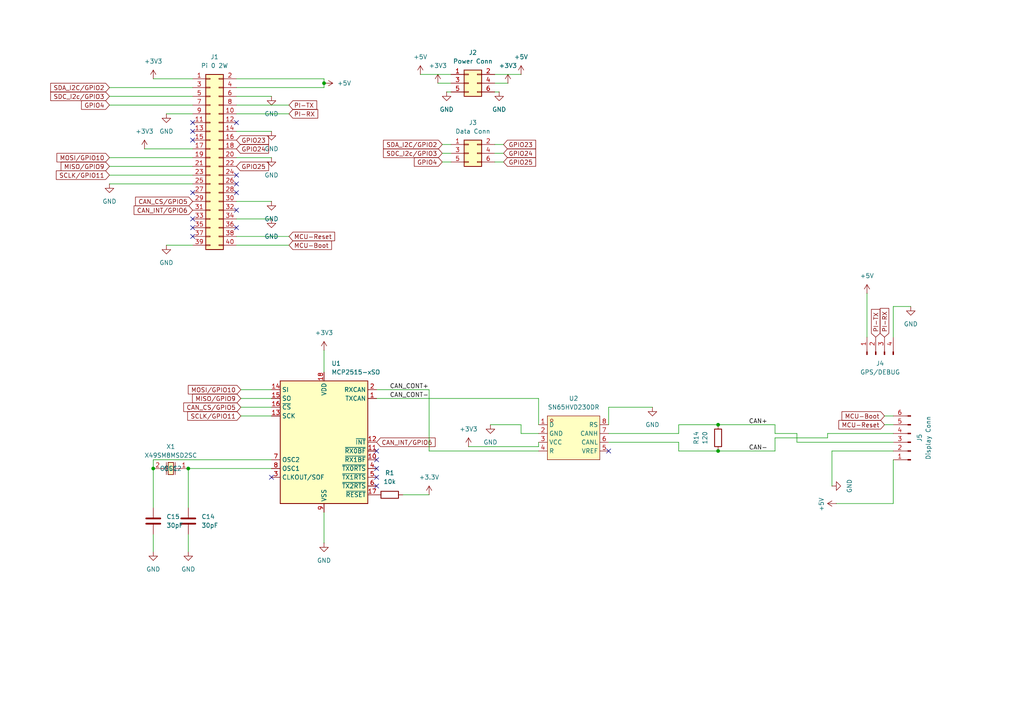
<source format=kicad_sch>
(kicad_sch (version 20250114) (generator "eeschema") (generator_version "9.0")
  (paper "A4")
  (title_block (title "Display") (date "2025-10-21") (rev "1") (company "Ginobeano"))
  (lib_symbols
    (symbol "Connector:Conn_01x04_Pin" (pin_names (offset 1.016) (hide yes))
      (property "Reference" "J" (at 0 5.08 0))
      (property "Value" "Conn_01x04_Pin" (at 0 -7.62 0))
      (symbol "Conn_01x04_Pin_1_1"
        (rectangle (start 0.8636 2.667) (end 0 2.413) (stroke (width 0.1524)) (fill (type outline)))
        (rectangle (start 0.8636 0.127) (end 0 -0.127) (stroke (width 0.1524)) (fill (type outline)))
        (rectangle (start 0.8636 -2.413) (end 0 -2.667) (stroke (width 0.1524)) (fill (type outline)))
        (rectangle (start 0.8636 -4.953) (end 0 -5.207) (stroke (width 0.1524)) (fill (type outline)))
        (polyline (pts (xy 1.27 2.54) (xy 0.8636 2.54)) (stroke (width 0.1524)))
        (polyline (pts (xy 1.27 0) (xy 0.8636 0)) (stroke (width 0.1524)))
        (polyline (pts (xy 1.27 -2.54) (xy 0.8636 -2.54)) (stroke (width 0.1524)))
        (polyline (pts (xy 1.27 -5.08) (xy 0.8636 -5.08)) (stroke (width 0.1524)))
        (pin passive line (at 5.08 2.54 180) (length 3.81) (name "Pin_1") (number "1"))
        (pin passive line (at 5.08 0 180) (length 3.81) (name "Pin_2") (number "2"))
        (pin passive line (at 5.08 -2.54 180) (length 3.81) (name "Pin_3") (number "3"))
        (pin passive line (at 5.08 -5.08 180) (length 3.81) (name "Pin_4") (number "4"))
      )
    )
    (symbol "Connector:Conn_01x06_Pin" (pin_names (offset 1.016) (hide yes))
      (property "Reference" "J" (at 0 7.62 0))
      (property "Value" "Conn_01x06_Pin" (at 0 -10.16 0))
      (symbol "Conn_01x06_Pin_1_1"
        (rectangle (start 0.8636 5.207) (end 0 4.953) (stroke (width 0.1524)) (fill (type outline)))
        (rectangle (start 0.8636 2.667) (end 0 2.413) (stroke (width 0.1524)) (fill (type outline)))
        (rectangle (start 0.8636 0.127) (end 0 -0.127) (stroke (width 0.1524)) (fill (type outline)))
        (rectangle (start 0.8636 -2.413) (end 0 -2.667) (stroke (width 0.1524)) (fill (type outline)))
        (rectangle (start 0.8636 -4.953) (end 0 -5.207) (stroke (width 0.1524)) (fill (type outline)))
        (rectangle (start 0.8636 -7.493) (end 0 -7.747) (stroke (width 0.1524)) (fill (type outline)))
        (polyline (pts (xy 1.27 5.08) (xy 0.8636 5.08)) (stroke (width 0.1524)))
        (polyline (pts (xy 1.27 2.54) (xy 0.8636 2.54)) (stroke (width 0.1524)))
        (polyline (pts (xy 1.27 0) (xy 0.8636 0)) (stroke (width 0.1524)))
        (polyline (pts (xy 1.27 -2.54) (xy 0.8636 -2.54)) (stroke (width 0.1524)))
        (polyline (pts (xy 1.27 -5.08) (xy 0.8636 -5.08)) (stroke (width 0.1524)))
        (polyline (pts (xy 1.27 -7.62) (xy 0.8636 -7.62)) (stroke (width 0.1524)))
        (pin passive line (at 5.08 5.08 180) (length 3.81) (name "Pin_1") (number "1"))
        (pin passive line (at 5.08 2.54 180) (length 3.81) (name "Pin_2") (number "2"))
        (pin passive line (at 5.08 0 180) (length 3.81) (name "Pin_3") (number "3"))
        (pin passive line (at 5.08 -2.54 180) (length 3.81) (name "Pin_4") (number "4"))
        (pin passive line (at 5.08 -5.08 180) (length 3.81) (name "Pin_5") (number "5"))
        (pin passive line (at 5.08 -7.62 180) (length 3.81) (name "Pin_6") (number "6"))
      )
    )
    (symbol "Connector_Generic:Conn_02x03_Odd_Even" (pin_names (offset 1.016) (hide yes))
      (property "Reference" "J" (at 1.27 5.08 0))
      (property "Value" "Conn_02x03_Odd_Even" (at 1.27 -5.08 0))
      (symbol "Conn_02x03_Odd_Even_1_1"
        (rectangle (start -1.27 3.81) (end 3.81 -3.81) (stroke (width 0.254)) (fill (type background)))
        (rectangle (start -1.27 2.667) (end 0 2.413) (stroke (width 0.1524)))
        (rectangle (start -1.27 0.127) (end 0 -0.127) (stroke (width 0.1524)))
        (rectangle (start -1.27 -2.413) (end 0 -2.667) (stroke (width 0.1524)))
        (rectangle (start 3.81 2.667) (end 2.54 2.413) (stroke (width 0.1524)))
        (rectangle (start 3.81 0.127) (end 2.54 -0.127) (stroke (width 0.1524)))
        (rectangle (start 3.81 -2.413) (end 2.54 -2.667) (stroke (width 0.1524)))
        (pin passive line (at -5.08 2.54 0) (length 3.81) (name "Pin_1") (number "1"))
        (pin passive line (at -5.08 0 0) (length 3.81) (name "Pin_3") (number "3"))
        (pin passive line (at -5.08 -2.54 0) (length 3.81) (name "Pin_5") (number "5"))
        (pin passive line (at 7.62 2.54 180) (length 3.81) (name "Pin_2") (number "2"))
        (pin passive line (at 7.62 0 180) (length 3.81) (name "Pin_4") (number "4"))
        (pin passive line (at 7.62 -2.54 180) (length 3.81) (name "Pin_6") (number "6"))
      )
    )
    (symbol "Connector_Generic:Conn_02x20_Odd_Even" (pin_names (offset 1.016) (hide yes))
      (property "Reference" "J" (at 1.27 25.4 0))
      (property "Value" "Conn_02x20_Odd_Even" (at 1.27 -27.94 0))
      (symbol "Conn_02x20_Odd_Even_1_1"
        (rectangle (start -1.27 24.13) (end 3.81 -26.67) (stroke (width 0.254)) (fill (type background)))
        (rectangle (start -1.27 22.987) (end 0 22.733) (stroke (width 0.1524)))
        (rectangle (start -1.27 20.447) (end 0 20.193) (stroke (width 0.1524)))
        (rectangle (start -1.27 17.907) (end 0 17.653) (stroke (width 0.1524)))
        (rectangle (start -1.27 15.367) (end 0 15.113) (stroke (width 0.1524)))
        (rectangle (start -1.27 12.827) (end 0 12.573) (stroke (width 0.1524)))
        (rectangle (start -1.27 10.287) (end 0 10.033) (stroke (width 0.1524)))
        (rectangle (start -1.27 7.747) (end 0 7.493) (stroke (width 0.1524)))
        (rectangle (start -1.27 5.207) (end 0 4.953) (stroke (width 0.1524)))
        (rectangle (start -1.27 2.667) (end 0 2.413) (stroke (width 0.1524)))
        (rectangle (start -1.27 0.127) (end 0 -0.127) (stroke (width 0.1524)))
        (rectangle (start -1.27 -2.413) (end 0 -2.667) (stroke (width 0.1524)))
        (rectangle (start -1.27 -4.953) (end 0 -5.207) (stroke (width 0.1524)))
        (rectangle (start -1.27 -7.493) (end 0 -7.747) (stroke (width 0.1524)))
        (rectangle (start -1.27 -10.033) (end 0 -10.287) (stroke (width 0.1524)))
        (rectangle (start -1.27 -12.573) (end 0 -12.827) (stroke (width 0.1524)))
        (rectangle (start -1.27 -15.113) (end 0 -15.367) (stroke (width 0.1524)))
        (rectangle (start -1.27 -17.653) (end 0 -17.907) (stroke (width 0.1524)))
        (rectangle (start -1.27 -20.193) (end 0 -20.447) (stroke (width 0.1524)))
        (rectangle (start -1.27 -22.733) (end 0 -22.987) (stroke (width 0.1524)))
        (rectangle (start -1.27 -25.273) (end 0 -25.527) (stroke (width 0.1524)))
        (rectangle (start 3.81 22.987) (end 2.54 22.733) (stroke (width 0.1524)))
        (rectangle (start 3.81 20.447) (end 2.54 20.193) (stroke (width 0.1524)))
        (rectangle (start 3.81 17.907) (end 2.54 17.653) (stroke (width 0.1524)))
        (rectangle (start 3.81 15.367) (end 2.54 15.113) (stroke (width 0.1524)))
        (rectangle (start 3.81 12.827) (end 2.54 12.573) (stroke (width 0.1524)))
        (rectangle (start 3.81 10.287) (end 2.54 10.033) (stroke (width 0.1524)))
        (rectangle (start 3.81 7.747) (end 2.54 7.493) (stroke (width 0.1524)))
        (rectangle (start 3.81 5.207) (end 2.54 4.953) (stroke (width 0.1524)))
        (rectangle (start 3.81 2.667) (end 2.54 2.413) (stroke (width 0.1524)))
        (rectangle (start 3.81 0.127) (end 2.54 -0.127) (stroke (width 0.1524)))
        (rectangle (start 3.81 -2.413) (end 2.54 -2.667) (stroke (width 0.1524)))
        (rectangle (start 3.81 -4.953) (end 2.54 -5.207) (stroke (width 0.1524)))
        (rectangle (start 3.81 -7.493) (end 2.54 -7.747) (stroke (width 0.1524)))
        (rectangle (start 3.81 -10.033) (end 2.54 -10.287) (stroke (width 0.1524)))
        (rectangle (start 3.81 -12.573) (end 2.54 -12.827) (stroke (width 0.1524)))
        (rectangle (start 3.81 -15.113) (end 2.54 -15.367) (stroke (width 0.1524)))
        (rectangle (start 3.81 -17.653) (end 2.54 -17.907) (stroke (width 0.1524)))
        (rectangle (start 3.81 -20.193) (end 2.54 -20.447) (stroke (width 0.1524)))
        (rectangle (start 3.81 -22.733) (end 2.54 -22.987) (stroke (width 0.1524)))
        (rectangle (start 3.81 -25.273) (end 2.54 -25.527) (stroke (width 0.1524)))
        (pin passive line (at -5.08 22.86 0) (length 3.81) (name "Pin_1") (number "1"))
        (pin passive line (at -5.08 20.32 0) (length 3.81) (name "Pin_3") (number "3"))
        (pin passive line (at -5.08 17.78 0) (length 3.81) (name "Pin_5") (number "5"))
        (pin passive line (at -5.08 15.24 0) (length 3.81) (name "Pin_7") (number "7"))
        (pin passive line (at -5.08 12.7 0) (length 3.81) (name "Pin_9") (number "9"))
        (pin passive line (at -5.08 10.16 0) (length 3.81) (name "Pin_11") (number "11"))
        (pin passive line (at -5.08 7.62 0) (length 3.81) (name "Pin_13") (number "13"))
        (pin passive line (at -5.08 5.08 0) (length 3.81) (name "Pin_15") (number "15"))
        (pin passive line (at -5.08 2.54 0) (length 3.81) (name "Pin_17") (number "17"))
        (pin passive line (at -5.08 0 0) (length 3.81) (name "Pin_19") (number "19"))
        (pin passive line (at -5.08 -2.54 0) (length 3.81) (name "Pin_21") (number "21"))
        (pin passive line (at -5.08 -5.08 0) (length 3.81) (name "Pin_23") (number "23"))
        (pin passive line (at -5.08 -7.62 0) (length 3.81) (name "Pin_25") (number "25"))
        (pin passive line (at -5.08 -10.16 0) (length 3.81) (name "Pin_27") (number "27"))
        (pin passive line (at -5.08 -12.7 0) (length 3.81) (name "Pin_29") (number "29"))
        (pin passive line (at -5.08 -15.24 0) (length 3.81) (name "Pin_31") (number "31"))
        (pin passive line (at -5.08 -17.78 0) (length 3.81) (name "Pin_33") (number "33"))
        (pin passive line (at -5.08 -20.32 0) (length 3.81) (name "Pin_35") (number "35"))
        (pin passive line (at -5.08 -22.86 0) (length 3.81) (name "Pin_37") (number "37"))
        (pin passive line (at -5.08 -25.4 0) (length 3.81) (name "Pin_39") (number "39"))
        (pin passive line (at 7.62 22.86 180) (length 3.81) (name "Pin_2") (number "2"))
        (pin passive line (at 7.62 20.32 180) (length 3.81) (name "Pin_4") (number "4"))
        (pin passive line (at 7.62 17.78 180) (length 3.81) (name "Pin_6") (number "6"))
        (pin passive line (at 7.62 15.24 180) (length 3.81) (name "Pin_8") (number "8"))
        (pin passive line (at 7.62 12.7 180) (length 3.81) (name "Pin_10") (number "10"))
        (pin passive line (at 7.62 10.16 180) (length 3.81) (name "Pin_12") (number "12"))
        (pin passive line (at 7.62 7.62 180) (length 3.81) (name "Pin_14") (number "14"))
        (pin passive line (at 7.62 5.08 180) (length 3.81) (name "Pin_16") (number "16"))
        (pin passive line (at 7.62 2.54 180) (length 3.81) (name "Pin_18") (number "18"))
        (pin passive line (at 7.62 0 180) (length 3.81) (name "Pin_20") (number "20"))
        (pin passive line (at 7.62 -2.54 180) (length 3.81) (name "Pin_22") (number "22"))
        (pin passive line (at 7.62 -5.08 180) (length 3.81) (name "Pin_24") (number "24"))
        (pin passive line (at 7.62 -7.62 180) (length 3.81) (name "Pin_26") (number "26"))
        (pin passive line (at 7.62 -10.16 180) (length 3.81) (name "Pin_28") (number "28"))
        (pin passive line (at 7.62 -12.7 180) (length 3.81) (name "Pin_30") (number "30"))
        (pin passive line (at 7.62 -15.24 180) (length 3.81) (name "Pin_32") (number "32"))
        (pin passive line (at 7.62 -17.78 180) (length 3.81) (name "Pin_34") (number "34"))
        (pin passive line (at 7.62 -20.32 180) (length 3.81) (name "Pin_36") (number "36"))
        (pin passive line (at 7.62 -22.86 180) (length 3.81) (name "Pin_38") (number "38"))
        (pin passive line (at 7.62 -25.4 180) (length 3.81) (name "Pin_40") (number "40"))
      )
    )
    (symbol "Device:C" (pin_numbers (hide yes)) (pin_names (offset 0.254))
      (property "Reference" "C" (at 0.635 2.54 0))
      (property "Value" "C" (at 0.635 -2.54 0))
      (symbol "C_0_1"
        (polyline (pts (xy -2.032 0.762) (xy 2.032 0.762)) (stroke (width 0.508)))
        (polyline (pts (xy -2.032 -0.762) (xy 2.032 -0.762)) (stroke (width 0.508)))
      )
      (symbol "C_1_1"
        (pin passive line (at 0 3.81 270) (length 2.794) (name "~") (number "1"))
        (pin passive line (at 0 -3.81 90) (length 2.794) (name "~") (number "2"))
      )
    )
    (symbol "Device:R" (pin_numbers (hide yes)) (pin_names (offset 0))
      (property "Reference" "R" (at 2.032 0 90))
      (property "Value" "R" (at 0 0 90))
      (symbol "R_0_1"
        (rectangle (start -1.016 -2.54) (end 1.016 2.54) (stroke (width 0.254)))
      )
      (symbol "R_1_1"
        (pin passive line (at 0 3.81 270) (length 1.27) (name "~") (number "1"))
        (pin passive line (at 0 -3.81 90) (length 1.27) (name "~") (number "2"))
      )
    )
    (symbol "Interface_CAN_LIN:MCP2515-xSO"
      (property "Reference" "U" (at -10.16 19.685 0))
      (property "Value" "MCP2515-xSO" (at 19.05 20.32 0))
      (symbol "MCP2515-xSO_0_1"
        (rectangle (start -12.7 17.78) (end 12.7 -17.78) (stroke (width 0.254)) (fill (type background)))
      )
      (symbol "MCP2515-xSO_1_1"
        (pin input line (at -15.24 15.24 0) (length 2.54) (name "SI") (number "14"))
        (pin output line (at -15.24 12.7 0) (length 2.54) (name "SO") (number "15"))
        (pin input line (at -15.24 10.16 0) (length 2.54) (name "~{CS}") (number "16"))
        (pin input line (at -15.24 7.62 0) (length 2.54) (name "SCK") (number "13"))
        (pin output line (at -15.24 -5.08 0) (length 2.54) (name "OSC2") (number "7"))
        (pin input line (at -15.24 -7.62 0) (length 2.54) (name "OSC1") (number "8"))
        (pin output line (at -15.24 -10.16 0) (length 2.54) (name "CLKOUT/SOF") (number "3"))
        (pin power_in line (at 0 20.32 270) (length 2.54) (name "VDD") (number "18"))
        (pin power_in line (at 0 -20.32 90) (length 2.54) (name "VSS") (number "9"))
        (pin input line (at 15.24 15.24 180) (length 2.54) (name "RXCAN") (number "2"))
        (pin output line (at 15.24 12.7 180) (length 2.54) (name "TXCAN") (number "1"))
        (pin output line (at 15.24 0 180) (length 2.54) (name "~{INT}") (number "12"))
        (pin output line (at 15.24 -2.54 180) (length 2.54) (name "~{RX0BF}") (number "11"))
        (pin output line (at 15.24 -5.08 180) (length 2.54) (name "~{RX1BF}") (number "10"))
        (pin input line (at 15.24 -7.62 180) (length 2.54) (name "~{TX0RTS}") (number "4"))
        (pin input line (at 15.24 -10.16 180) (length 2.54) (name "~{TX1RTS}") (number "5"))
        (pin input line (at 15.24 -12.7 180) (length 2.54) (name "~{TX2RTS}") (number "6"))
        (pin input line (at 15.24 -15.24 180) (length 2.54) (name "~{RESET}") (number "17"))
      )
    )
    (symbol "easyeda2kicad:SN65HVD230DR"
      (property "Reference" "U" (at 0 8.89 0))
      (property "Value" "SN65HVD230DR" (at 0 -8.89 0))
      (symbol "SN65HVD230DR_0_1"
        (rectangle (start -7.62 6.35) (end 7.62 -6.35) (fill (type background)))
        (circle (center -6.35 5.08) (radius 0.38))
        (pin unspecified line (at -10.16 3.81 0) (length 2.54) (name "D") (number "1"))
        (pin unspecified line (at -10.16 1.27 0) (length 2.54) (name "GND") (number "2"))
        (pin unspecified line (at -10.16 -1.27 0) (length 2.54) (name "VCC") (number "3"))
        (pin unspecified line (at -10.16 -3.81 0) (length 2.54) (name "R") (number "4"))
        (pin unspecified line (at 10.16 3.81 180) (length 2.54) (name "RS") (number "8"))
        (pin unspecified line (at 10.16 1.27 180) (length 2.54) (name "CANH") (number "7"))
        (pin unspecified line (at 10.16 -1.27 180) (length 2.54) (name "CANL") (number "6"))
        (pin unspecified line (at 10.16 -3.81 180) (length 2.54) (name "VREF") (number "5"))
      )
    )
    (symbol "easyeda2kicad:X49SM8MSD2SC"
      (property "Reference" "X" (at 0 5.08 0))
      (property "Value" "X49SM8MSD2SC" (at 0 -5.08 0))
      (symbol "X49SM8MSD2SC_0_1"
        (polyline (pts (xy -2.54 0) (xy -1.52 0)))
        (polyline (pts (xy -1.27 1.78) (xy -1.27 -1.78)))
        (polyline (pts (xy -1.27 1.02) (xy -1.27 -1.02)))
        (polyline (pts (xy -0.76 1.78) (xy 0.76 1.78)))
        (polyline (pts (xy -0.76 -1.78) (xy -0.76 1.78) (xy 0.76 1.78) (xy 0.76 -1.78) (xy -0.76 -1.78)) (fill (type background)))
        (polyline (pts (xy 0.76 1.78) (xy 0.76 -1.78) (xy -0.76 -1.78) (xy -0.76 1.78)))
        (polyline (pts (xy 1.27 1.78) (xy 1.27 -1.78)))
        (polyline (pts (xy 1.27 1.02) (xy 1.27 -1.02)))
        (polyline (pts (xy 2.54 0) (xy 1.52 0)))
        (pin input line (at -5.08 0 0) (length 2.54) (name "OSC2") (number "2"))
        (pin input line (at 5.08 0 180) (length 2.54) (name "OSC1") (number "1"))
      )
    )
    (symbol "power:+3.3V" (power) (pin_numbers (hide yes)) (pin_names (offset 0) (hide yes))
      (property "Value" "+3.3V" (at 0 3.556 0))
      (symbol "+3.3V_0_1"
        (polyline (pts (xy -0.762 1.27) (xy 0 2.54)))
        (polyline (pts (xy 0 2.54) (xy 0.762 1.27)))
        (polyline (pts (xy 0 0) (xy 0 2.54)))
      )
      (symbol "+3.3V_1_1"
        (pin power_in line (at 0 0 90) (length 0) (name "~") (number "1"))
      )
    )
    (symbol "power:+3V3" (power) (pin_numbers (hide yes)) (pin_names (offset 0) (hide yes))
      (property "Value" "+3V3" (at 0 3.556 0))
      (symbol "+3V3_0_1"
        (polyline (pts (xy -0.762 1.27) (xy 0 2.54)))
        (polyline (pts (xy 0 2.54) (xy 0.762 1.27)))
        (polyline (pts (xy 0 0) (xy 0 2.54)))
      )
      (symbol "+3V3_1_1"
        (pin power_in line (at 0 0 90) (length 0) (name "~") (number "1"))
      )
    )
    (symbol "power:+5V" (power) (pin_numbers (hide yes)) (pin_names (offset 0) (hide yes))
      (property "Value" "+5V" (at 0 3.556 0))
      (symbol "+5V_0_1"
        (polyline (pts (xy -0.762 1.27) (xy 0 2.54)))
        (polyline (pts (xy 0 2.54) (xy 0.762 1.27)))
        (polyline (pts (xy 0 0) (xy 0 2.54)))
      )
      (symbol "+5V_1_1"
        (pin power_in line (at 0 0 90) (length 0) (name "~") (number "1"))
      )
    )
    (symbol "power:GND" (power) (pin_numbers (hide yes)) (pin_names (offset 0) (hide yes))
      (property "Value" "GND" (at 0 -3.81 0))
      (symbol "GND_0_1"
        (polyline (pts (xy 0 0) (xy 0 -1.27) (xy 1.27 -1.27) (xy 0 -2.54) (xy -1.27 -1.27) (xy 0 -1.27)))
      )
      (symbol "GND_1_1"
        (pin power_in line (at 0 0 270) (length 0) (name "~") (number "1"))
      )
    )
  )
  (junction (at 93.98 24.13))
  (junction (at 44.45 135.89))
  (junction (at 208.28 123.19))
  (junction (at 54.61 135.89))
  (junction (at 208.28 130.81))
  (no_connect (at 109.22 140.97))
  (no_connect (at 109.22 130.81))
  (no_connect (at 68.58 60.96))
  (no_connect (at 78.74 138.43))
  (no_connect (at 55.88 68.58))
  (no_connect (at 109.22 135.89))
  (no_connect (at 176.53 130.81))
  (no_connect (at 55.88 63.5))
  (no_connect (at 68.58 35.56))
  (no_connect (at 55.88 38.1))
  (no_connect (at 55.88 40.64))
  (no_connect (at 68.58 66.04))
  (no_connect (at 109.22 133.35))
  (no_connect (at 109.22 138.43))
  (no_connect (at 68.58 55.88))
  (no_connect (at 55.88 66.04))
  (no_connect (at 55.88 55.88))
  (no_connect (at 55.88 35.56))
  (no_connect (at 68.58 53.34))
  (no_connect (at 68.58 50.8))
  (wire (pts (xy 143.51 26.67) (xy 144.78 26.67)))
  (wire (pts (xy 264.16 88.9) (xy 259.08 88.9)))
  (wire (pts (xy 256.54 123.19) (xy 259.08 123.19)))
  (wire (pts (xy 156.21 115.57) (xy 109.22 115.57)))
  (wire (pts (xy 68.58 68.58) (xy 83.82 68.58)))
  (wire (pts (xy 68.58 58.42) (xy 78.74 58.42)))
  (wire (pts (xy 68.58 22.86) (xy 93.98 22.86)))
  (wire (pts (xy 68.58 33.02) (xy 83.82 33.02)))
  (wire (pts (xy 143.51 41.91) (xy 146.05 41.91)))
  (wire (pts (xy 54.61 135.89) (xy 54.61 147.32)))
  (wire (pts (xy 129.54 26.67) (xy 130.81 26.67)))
  (wire (pts (xy 54.61 154.94) (xy 54.61 160.02)))
  (wire (pts (xy 121.92 21.59) (xy 130.81 21.59)))
  (wire (pts (xy 156.21 123.19) (xy 156.21 115.57)))
  (wire (pts (xy 31.75 25.4) (xy 55.88 25.4)))
  (wire (pts (xy 124.46 113.03) (xy 109.22 113.03)))
  (wire (pts (xy 68.58 38.1) (xy 78.74 38.1)))
  (wire (pts (xy 143.51 46.99) (xy 146.05 46.99)))
  (wire (pts (xy 93.98 101.6) (xy 93.98 107.95)))
  (wire (pts (xy 93.98 157.48) (xy 93.98 148.59)))
  (wire (pts (xy 68.58 71.12) (xy 83.82 71.12)))
  (wire (pts (xy 156.21 129.54) (xy 156.21 128.27)))
  (wire (pts (xy 259.08 88.9) (xy 259.08 97.79)))
  (wire (pts (xy 44.45 154.94) (xy 44.45 160.02)))
  (wire (pts (xy 259.08 146.05) (xy 259.08 133.35)))
  (wire (pts (xy 224.79 127) (xy 224.79 130.81)))
  (wire (pts (xy 224.79 125.73) (xy 231.14 125.73)))
  (wire (pts (xy 231.14 125.73) (xy 231.14 128.27)))
  (wire (pts (xy 196.85 128.27) (xy 196.85 130.81)))
  (wire (pts (xy 143.51 24.13) (xy 147.32 24.13)))
  (wire (pts (xy 135.89 129.54) (xy 156.21 129.54)))
  (wire (pts (xy 116.84 143.51) (xy 124.46 143.51)))
  (wire (pts (xy 242.57 146.05) (xy 259.08 146.05)))
  (wire (pts (xy 31.75 30.48) (xy 55.88 30.48)))
  (wire (pts (xy 31.75 45.72) (xy 55.88 45.72)))
  (wire (pts (xy 256.54 120.65) (xy 259.08 120.65)))
  (wire (pts (xy 48.26 33.02) (xy 55.88 33.02)))
  (wire (pts (xy 176.53 118.11) (xy 176.53 123.19)))
  (wire (pts (xy 127 24.13) (xy 130.81 24.13)))
  (wire (pts (xy 44.45 135.89) (xy 44.45 147.32)))
  (wire (pts (xy 224.79 130.81) (xy 208.28 130.81)))
  (wire (pts (xy 78.74 135.89) (xy 54.61 135.89)))
  (wire (pts (xy 224.79 127) (xy 240.03 127)))
  (wire (pts (xy 68.58 45.72) (xy 78.74 45.72)))
  (wire (pts (xy 68.58 30.48) (xy 83.82 30.48)))
  (wire (pts (xy 31.75 27.94) (xy 55.88 27.94)))
  (wire (pts (xy 44.45 133.35) (xy 78.74 133.35)))
  (wire (pts (xy 93.98 22.86) (xy 93.98 24.13)))
  (wire (pts (xy 196.85 125.73) (xy 196.85 123.19)))
  (wire (pts (xy 128.27 41.91) (xy 130.81 41.91)))
  (wire (pts (xy 69.85 118.11) (xy 78.74 118.11)))
  (wire (pts (xy 224.79 125.73) (xy 224.79 123.19)))
  (wire (pts (xy 189.23 118.11) (xy 176.53 118.11)))
  (wire (pts (xy 151.13 123.19) (xy 151.13 125.73)))
  (wire (pts (xy 231.14 128.27) (xy 259.08 128.27)))
  (wire (pts (xy 251.46 85.09) (xy 251.46 97.79)))
  (wire (pts (xy 48.26 71.12) (xy 55.88 71.12)))
  (wire (pts (xy 128.27 44.45) (xy 130.81 44.45)))
  (wire (pts (xy 224.79 123.19) (xy 208.28 123.19)))
  (wire (pts (xy 151.13 125.73) (xy 156.21 125.73)))
  (wire (pts (xy 156.21 130.81) (xy 124.46 130.81)))
  (wire (pts (xy 259.08 130.81) (xy 241.3 130.81)))
  (wire (pts (xy 240.03 125.73) (xy 259.08 125.73)))
  (wire (pts (xy 240.03 127) (xy 240.03 125.73)))
  (wire (pts (xy 69.85 120.65) (xy 78.74 120.65)))
  (wire (pts (xy 31.75 53.34) (xy 55.88 53.34)))
  (wire (pts (xy 68.58 63.5) (xy 78.74 63.5)))
  (wire (pts (xy 31.75 50.8) (xy 55.88 50.8)))
  (wire (pts (xy 176.53 128.27) (xy 196.85 128.27)))
  (wire (pts (xy 196.85 130.81) (xy 208.28 130.81)))
  (wire (pts (xy 69.85 113.03) (xy 78.74 113.03)))
  (wire (pts (xy 68.58 25.4) (xy 93.98 25.4)))
  (wire (pts (xy 68.58 27.94) (xy 78.74 27.94)))
  (wire (pts (xy 93.98 25.4) (xy 93.98 24.13)))
  (wire (pts (xy 241.3 130.81) (xy 241.3 140.97)))
  (wire (pts (xy 124.46 130.81) (xy 124.46 113.03)))
  (wire (pts (xy 142.24 123.19) (xy 151.13 123.19)))
  (wire (pts (xy 31.75 48.26) (xy 55.88 48.26)))
  (wire (pts (xy 176.53 125.73) (xy 196.85 125.73)))
  (wire (pts (xy 196.85 123.19) (xy 208.28 123.19)))
  (wire (pts (xy 143.51 21.59) (xy 151.13 21.59)))
  (wire (pts (xy 41.91 43.18) (xy 55.88 43.18)))
  (wire (pts (xy 44.45 22.86) (xy 55.88 22.86)))
  (wire (pts (xy 44.45 133.35) (xy 44.45 135.89)))
  (wire (pts (xy 143.51 44.45) (xy 146.05 44.45)))
  (wire (pts (xy 69.85 115.57) (xy 78.74 115.57)))
  (wire (pts (xy 128.27 46.99) (xy 130.81 46.99)))
  (label "CAN_CONT+" (at 113.03 113.03 0))
  (label "CAN-" (at 217.17 130.81 0))
  (label "CAN+" (at 217.17 123.19 0))
  (label "CAN_CONT-" (at 113.03 115.57 0))
  (global_label "GPIO4" (shape input) (at 31.75 30.48 180) (property "Intersheetrefs" "${INTERSHEET_REFS}" (effects (hide yes))))
  (global_label "CAN_INT{slash}GPIO6" (shape input) (at 55.88 60.96 180) (property "Intersheetrefs" "${INTERSHEET_REFS}" (effects (hide yes))))
  (global_label "GPIO25" (shape input) (at 146.05 46.99 0) (property "Intersheetrefs" "${INTERSHEET_REFS}" (effects (hide yes))))
  (global_label "SDC_I2c{slash}GPIO3" (shape input) (at 128.27 44.45 180) (property "Intersheetrefs" "${INTERSHEET_REFS}" (effects (hide yes))))
  (global_label "SCLK{slash}GPIO11" (shape input) (at 31.75 50.8 180) (property "Intersheetrefs" "${INTERSHEET_REFS}" (effects (hide yes))))
  (global_label "CAN_CS{slash}GPIO5" (shape input) (at 69.85 118.11 180) (property "Intersheetrefs" "${INTERSHEET_REFS}" (effects (hide yes))))
  (global_label "MOSI{slash}GPIO10" (shape input) (at 69.85 113.03 180) (property "Intersheetrefs" "${INTERSHEET_REFS}" (effects (hide yes))))
  (global_label "SDA_I2C{slash}GPIO2" (shape input) (at 31.75 25.4 180) (property "Intersheetrefs" "${INTERSHEET_REFS}" (effects (hide yes))))
  (global_label "GPIO24" (shape input) (at 146.05 44.45 0) (property "Intersheetrefs" "${INTERSHEET_REFS}" (effects (hide yes))))
  (global_label "PI-TX" (shape input) (at 83.82 30.48 0) (property "Intersheetrefs" "${INTERSHEET_REFS}" (effects (hide yes))))
  (global_label "PI-RX" (shape input) (at 83.82 33.02 0) (property "Intersheetrefs" "${INTERSHEET_REFS}" (effects (hide yes))))
  (global_label "GPIO23" (shape input) (at 146.05 41.91 0) (property "Intersheetrefs" "${INTERSHEET_REFS}" (effects (hide yes))))
  (global_label "MISO{slash}GPIO9" (shape input) (at 69.85 115.57 180) (property "Intersheetrefs" "${INTERSHEET_REFS}" (effects (hide yes))))
  (global_label "GPIO24" (shape input) (at 68.58 43.18 0) (property "Intersheetrefs" "${INTERSHEET_REFS}" (effects (hide yes))))
  (global_label "MCU-Reset" (shape input) (at 256.54 123.19 180) (property "Intersheetrefs" "${INTERSHEET_REFS}" (effects (hide yes))))
  (global_label "GPIO25" (shape input) (at 68.58 48.26 0) (property "Intersheetrefs" "${INTERSHEET_REFS}" (effects (hide yes))))
  (global_label "CAN_CS{slash}GPIO5" (shape input) (at 55.88 58.42 180) (property "Intersheetrefs" "${INTERSHEET_REFS}" (effects (hide yes))))
  (global_label "GPIO23" (shape input) (at 68.58 40.64 0) (property "Intersheetrefs" "${INTERSHEET_REFS}" (effects (hide yes))))
  (global_label "MISO{slash}GPIO9" (shape input) (at 31.75 48.26 180) (property "Intersheetrefs" "${INTERSHEET_REFS}" (effects (hide yes))))
  (global_label "SDA_I2C{slash}GPIO2" (shape input) (at 128.27 41.91 180) (property "Intersheetrefs" "${INTERSHEET_REFS}" (effects (hide yes))))
  (global_label "MCU-Boot" (shape input) (at 256.54 120.65 180) (property "Intersheetrefs" "${INTERSHEET_REFS}" (effects (hide yes))))
  (global_label "CAN_INT{slash}GPIO6" (shape input) (at 109.22 128.27 0) (property "Intersheetrefs" "${INTERSHEET_REFS}" (effects (hide yes))))
  (global_label "PI-RX" (shape input) (at 256.54 97.79 90) (property "Intersheetrefs" "${INTERSHEET_REFS}" (effects (hide yes))))
  (global_label "SDC_I2c{slash}GPIO3" (shape input) (at 31.75 27.94 180) (property "Intersheetrefs" "${INTERSHEET_REFS}" (effects (hide yes))))
  (global_label "SCLK{slash}GPIO11" (shape input) (at 69.85 120.65 180) (property "Intersheetrefs" "${INTERSHEET_REFS}" (effects (hide yes))))
  (global_label "GPIO4" (shape input) (at 128.27 46.99 180) (property "Intersheetrefs" "${INTERSHEET_REFS}" (effects (hide yes))))
  (global_label "MCU-Boot" (shape input) (at 83.82 71.12 0) (property "Intersheetrefs" "${INTERSHEET_REFS}" (effects (hide yes))))
  (global_label "MCU-Reset" (shape input) (at 83.82 68.58 0) (property "Intersheetrefs" "${INTERSHEET_REFS}" (effects (hide yes))))
  (global_label "PI-TX" (shape input) (at 254 97.79 90) (property "Intersheetrefs" "${INTERSHEET_REFS}" (effects (hide yes))))
  (global_label "MOSI{slash}GPIO10" (shape input) (at 31.75 45.72 180) (property "Intersheetrefs" "${INTERSHEET_REFS}" (effects (hide yes))))
  (symbol (lib_id "power:+5V") (at 251.46 85.09 0) (unit 1)
    (property "Reference" "#PWR020" (effects (hide yes)))
    (property "Value" "+5V" (at 251.46 80.01 0))
    (property "Description" "Power symbol creates a global label with name \"+5V\"" (effects (hide yes)))
  )
  (symbol (lib_id "power:GND") (at 44.45 160.02 0) (unit 1)
    (property "Reference" "#PWR039" (effects (hide yes)))
    (property "Value" "GND" (at 44.45 165.1 0))
    (property "Description" "Power symbol creates a global label with name \"GND\" , ground" (effects (hide yes)))
  )
  (symbol (lib_id "power:+5V") (at 93.98 24.13 270) (unit 1)
    (property "Reference" "#PWR03" (effects (hide yes)))
    (property "Value" "+5V" (at 97.79 24.1299 90) (effects (justify left)))
    (property "Description" "Power symbol creates a global label with name \"+5V\"" (effects (hide yes)))
  )
  (symbol (lib_id "power:GND") (at 264.16 88.9 0) (unit 1)
    (property "Reference" "#PWR021" (effects (hide yes)))
    (property "Value" "GND" (at 264.16 93.98 0))
    (property "Description" "Power symbol creates a global label with name \"GND\" , ground" (effects (hide yes)))
  )
  (symbol (lib_id "power:+3V3") (at 127 24.13 0) (unit 1)
    (property "Reference" "#PWR016" (effects (hide yes)))
    (property "Value" "+3V3" (at 127 19.05 0))
    (property "Description" "Power symbol creates a global label with name \"+3V3\"" (effects (hide yes)))
  )
  (symbol (lib_id "power:GND") (at 54.61 160.02 0) (unit 1)
    (property "Reference" "#PWR040" (effects (hide yes)))
    (property "Value" "GND" (at 54.61 165.1 0))
    (property "Description" "Power symbol creates a global label with name \"GND\" , ground" (effects (hide yes)))
  )
  (symbol (lib_id "Connector_Generic:Conn_02x03_Odd_Even") (at 135.89 44.45 0) (unit 1)
    (property "Reference" "J3" (at 137.16 35.56 0))
    (property "Value" "Data Conn" (at 137.16 38.1 0))
    (property "Footprint" "Connector_PinHeader_2.54mm:PinHeader_2x03_P2.54mm_Vertical" (effects (hide yes)))
    (property "Description" "Generic connector, double row, 02x03, odd/even pin numbering scheme (row 1 odd numbers, row 2 even numbers), script generated (kicad-library-utils/schlib/autogen/connector/)" (effects (hide yes)))
  )
  (symbol (lib_id "power:GND") (at 31.75 53.34 0) (unit 1)
    (property "Reference" "#PWR07" (effects (hide yes)))
    (property "Value" "GND" (at 31.75 58.42 0))
    (property "Description" "Power symbol creates a global label with name \"GND\" , ground" (effects (hide yes)))
  )
  (symbol (lib_id "power:GND") (at 48.26 33.02 0) (unit 1)
    (property "Reference" "#PWR010" (effects (hide yes)))
    (property "Value" "GND" (at 48.26 38.1 0))
    (property "Description" "Power symbol creates a global label with name \"GND\" , ground" (effects (hide yes)))
  )
  (symbol (lib_id "power:+3V3") (at 41.91 43.18 0) (unit 1)
    (property "Reference" "#PWR012" (effects (hide yes)))
    (property "Value" "+3V3" (at 41.91 38.1 0))
    (property "Description" "Power symbol creates a global label with name \"+3V3\"" (effects (hide yes)))
  )
  (symbol (lib_id "power:GND") (at 93.98 157.48 0) (unit 1)
    (property "Reference" "#PWR023" (effects (hide yes)))
    (property "Value" "GND" (at 93.98 162.56 0))
    (property "Description" "Power symbol creates a global label with name \"GND\" , ground" (effects (hide yes)))
  )
  (symbol (lib_id "power:GND") (at 78.74 63.5 0) (unit 1)
    (property "Reference" "#PWR013" (effects (hide yes)))
    (property "Value" "GND" (at 78.74 68.58 0))
    (property "Description" "Power symbol creates a global label with name \"GND\" , ground" (effects (hide yes)))
  )
  (symbol (lib_id "easyeda2kicad:SN65HVD230DR") (at 166.37 127 0) (unit 1)
    (property "Reference" "U2" (at 166.37 115.57 0))
    (property "Value" "SN65HVD230DR" (at 166.37 118.11 0))
    (property "Footprint" "easyeda2kicad:SOIC-8_L4.9-W3.9-P1.27-LS6.0-BL" (effects (hide yes)))
    (property "Datasheet" "https://lcsc.com/product-detail/CAN_TI_SN65HVD230DR_SN65HVD230DR_C12084.html" (effects (hide yes)))
    (property "LCSC Part" "C12084" (effects (hide yes)))
  )
  (symbol (lib_id "Interface_CAN_LIN:MCP2515-xSO") (at 93.98 128.27 0) (unit 1)
    (property "Reference" "U1" (at 96.1233 105.41 0) (effects (justify left)))
    (property "Value" "MCP2515-xSO" (at 96.1233 107.95 0) (effects (justify left)))
    (property "Footprint" "Package_SO:SOIC-18W_7.5x11.6mm_P1.27mm" (effects (hide yes)))
    (property "Datasheet" "http://ww1.microchip.com/downloads/en/DeviceDoc/21801e.pdf" (effects (hide yes)))
    (property "Description" "Stand-Alone CAN Controller with SPI Interface, SOIC-18" (effects (hide yes)))
    (property "LCSC" "C15193" (effects (hide yes)))
  )
  (symbol (lib_id "power:GND") (at 78.74 38.1 0) (unit 1)
    (property "Reference" "#PWR09" (effects (hide yes)))
    (property "Value" "GND" (at 78.74 43.18 0))
    (property "Description" "Power symbol creates a global label with name \"GND\" , ground" (effects (hide yes)))
  )
  (symbol (lib_id "Device:C") (at 44.45 151.13 0) (unit 1)
    (property "Reference" "C15" (at 48.26 149.8599 0) (effects (justify left)))
    (property "Value" "30pF" (at 48.26 152.3999 0) (effects (justify left)))
    (property "Footprint" "Capacitor_SMD:C_0402_1005Metric" (effects (hide yes)))
    (property "Description" "Unpolarized capacitor" (effects (hide yes)))
    (property "LCSC" "C1570" (effects (hide yes)))
  )
  (symbol (lib_id "Device:R") (at 208.28 127 180) (unit 1)
    (property "Reference" "R14" (at 201.93 127 90))
    (property "Value" "120" (at 204.47 127 90))
    (property "Footprint" "Resistor_SMD:R_0805_2012Metric" (effects (hide yes)))
    (property "Description" "Resistor" (effects (hide yes)))
    (property "LCSC" "C17437" (effects (hide yes)))
  )
  (symbol (lib_id "power:GND") (at 142.24 123.19 0) (unit 1)
    (property "Reference" "#PWR042" (effects (hide yes)))
    (property "Value" "GND" (at 142.24 128.27 0))
    (property "Description" "Power symbol creates a global label with name \"GND\" , ground" (effects (hide yes)))
  )
  (symbol (lib_id "power:GND") (at 48.26 71.12 0) (unit 1)
    (property "Reference" "#PWR05" (effects (hide yes)))
    (property "Value" "GND" (at 48.26 76.2 0))
    (property "Description" "Power symbol creates a global label with name \"GND\" , ground" (effects (hide yes)))
  )
  (symbol (lib_id "power:GND") (at 241.3 140.97 90) (unit 1)
    (property "Reference" "#PWR02" (effects (hide yes)))
    (property "Value" "GND" (at 246.38 140.97 0))
    (property "Description" "Power symbol creates a global label with name \"GND\" , ground" (effects (hide yes)))
  )
  (symbol (lib_id "Connector_Generic:Conn_02x03_Odd_Even") (at 135.89 24.13 0) (unit 1)
    (property "Reference" "J2" (at 137.16 15.24 0))
    (property "Value" "Power Conn" (at 137.16 17.78 0))
    (property "Footprint" "Connector_PinHeader_2.54mm:PinHeader_2x03_P2.54mm_Vertical" (effects (hide yes)))
    (property "Description" "Generic connector, double row, 02x03, odd/even pin numbering scheme (row 1 odd numbers, row 2 even numbers), script generated (kicad-library-utils/schlib/autogen/connector/)" (effects (hide yes)))
  )
  (symbol (lib_id "power:GND") (at 189.23 118.11 0) (unit 1)
    (property "Reference" "#PWR043" (effects (hide yes)))
    (property "Value" "GND" (at 189.23 123.19 0))
    (property "Description" "Power symbol creates a global label with name \"GND\" , ground" (effects (hide yes)))
  )
  (symbol (lib_id "power:+3V3") (at 44.45 22.86 0) (unit 1)
    (property "Reference" "#PWR04" (effects (hide yes)))
    (property "Value" "+3V3" (at 44.45 17.78 0))
    (property "Description" "Power symbol creates a global label with name \"+3V3\"" (effects (hide yes)))
  )
  (symbol (lib_id "Device:R") (at 113.03 143.51 270) (unit 1)
    (property "Reference" "R1" (at 113.03 137.16 90))
    (property "Value" "10k" (at 113.03 139.7 90))
    (property "Footprint" "Resistor_SMD:R_0805_2012Metric" (effects (hide yes)))
    (property "Description" "Resistor" (effects (hide yes)))
    (property "LCSC" "C17414" (effects (hide yes)))
  )
  (symbol (lib_id "power:GND") (at 78.74 58.42 0) (unit 1)
    (property "Reference" "#PWR06" (effects (hide yes)))
    (property "Value" "GND" (at 78.74 63.5 0))
    (property "Description" "Power symbol creates a global label with name \"GND\" , ground" (effects (hide yes)))
  )
  (symbol (lib_id "power:GND") (at 78.74 27.94 0) (unit 1)
    (property "Reference" "#PWR011" (effects (hide yes)))
    (property "Value" "GND" (at 78.74 33.02 0))
    (property "Description" "Power symbol creates a global label with name \"GND\" , ground" (effects (hide yes)))
  )
  (symbol (lib_id "easyeda2kicad:X49SM8MSD2SC") (at 49.53 135.89 0) (unit 1)
    (property "Reference" "X1" (at 49.53 129.54 0))
    (property "Value" "X49SM8MSD2SC" (at 49.53 132.08 0))
    (property "Footprint" "easyeda2kicad:CRYSTAL-SMD_L11.5-W4.8-LS12.7" (effects (hide yes)))
    (property "Datasheet" "https://lcsc.com/product-detail/49SMD_HC-49SMD-8MHZ-20PF-20PPM_C12674.html" (effects (hide yes)))
    (property "LCSC Part" "C12674" (effects (hide yes)))
  )
  (symbol (lib_id "power:+3.3V") (at 124.46 143.51 0) (unit 1)
    (property "Reference" "#PWR024" (effects (hide yes)))
    (property "Value" "+3.3V" (at 124.46 138.43 0))
    (property "Description" "Power symbol creates a global label with name \"+3.3V\"" (effects (hide yes)))
  )
  (symbol (lib_id "power:+5V") (at 121.92 21.59 0) (unit 1)
    (property "Reference" "#PWR014" (effects (hide yes)))
    (property "Value" "+5V" (at 121.92 16.51 0))
    (property "Description" "Power symbol creates a global label with name \"+5V\"" (effects (hide yes)))
  )
  (symbol (lib_id "Connector:Conn_01x04_Pin") (at 254 102.87 90) (unit 1)
    (property "Reference" "J4" (at 255.27 105.41 90))
    (property "Value" "GPS/DEBUG" (at 255.27 107.95 90))
    (property "Footprint" "Connector_PinHeader_2.54mm:PinHeader_1x04_P2.54mm_Vertical" (effects (hide yes)))
    (property "Description" "Generic connector, single row, 01x04, script generated" (effects (hide yes)))
  )
  (symbol (lib_id "power:GND") (at 78.74 45.72 0) (unit 1)
    (property "Reference" "#PWR08" (effects (hide yes)))
    (property "Value" "GND" (at 78.74 50.8 0))
    (property "Description" "Power symbol creates a global label with name \"GND\" , ground" (effects (hide yes)))
  )
  (symbol (lib_id "power:GND") (at 129.54 26.67 0) (unit 1)
    (property "Reference" "#PWR019" (effects (hide yes)))
    (property "Value" "GND" (at 129.54 31.75 0))
    (property "Description" "Power symbol creates a global label with name \"GND\" , ground" (effects (hide yes)))
  )
  (symbol (lib_id "Connector_Generic:Conn_02x20_Odd_Even") (at 60.96 45.72 0) (unit 1)
    (property "Reference" "J1" (at 62.23 16.51 0))
    (property "Value" "Pi 0 2W" (at 62.23 19.05 0))
    (property "Footprint" "Connector_PinSocket_2.54mm:PinSocket_2x20_P2.54mm_Vertical" (effects (hide yes)))
    (property "Description" "Generic connector, double row, 02x20, odd/even pin numbering scheme (row 1 odd numbers, row 2 even numbers), script generated (kicad-library-utils/schlib/autogen/connector/)" (effects (hide yes)))
  )
  (symbol (lib_id "Connector:Conn_01x06_Pin") (at 264.16 128.27 180) (unit 1)
    (property "Reference" "J5" (at 266.7 127 90))
    (property "Value" "Display Conn" (at 269.24 127 90))
    (property "Footprint" "Connector_PinHeader_2.54mm:PinHeader_1x06_P2.54mm_Vertical" (effects (hide yes)))
    (property "Description" "Generic connector, single row, 01x06, script generated" (effects (hide yes)))
  )
  (symbol (lib_id "power:GND") (at 144.78 26.67 0) (unit 1)
    (property "Reference" "#PWR018" (effects (hide yes)))
    (property "Value" "GND" (at 144.78 31.75 0))
    (property "Description" "Power symbol creates a global label with name \"GND\" , ground" (effects (hide yes)))
  )
  (symbol (lib_id "power:+3V3") (at 135.89 129.54 0) (unit 1)
    (property "Reference" "#PWR025" (effects (hide yes)))
    (property "Value" "+3V3" (at 135.89 124.46 0))
    (property "Description" "Power symbol creates a global label with name \"+3V3\"" (effects (hide yes)))
  )
  (symbol (lib_id "Device:C") (at 54.61 151.13 0) (unit 1)
    (property "Reference" "C14" (at 58.42 149.8599 0) (effects (justify left)))
    (property "Value" "30pF" (at 58.42 152.3999 0) (effects (justify left)))
    (property "Footprint" "Capacitor_SMD:C_0402_1005Metric" (effects (hide yes)))
    (property "Description" "Unpolarized capacitor" (effects (hide yes)))
    (property "LCSC" "C1570" (effects (hide yes)))
  )
  (symbol (lib_id "power:+3V3") (at 147.32 24.13 0) (unit 1)
    (property "Reference" "#PWR017" (effects (hide yes)))
    (property "Value" "+3V3" (at 147.32 19.05 0))
    (property "Description" "Power symbol creates a global label with name \"+3V3\"" (effects (hide yes)))
  )
  (symbol (lib_id "power:+5V") (at 151.13 21.59 0) (unit 1)
    (property "Reference" "#PWR015" (effects (hide yes)))
    (property "Value" "+5V" (at 151.13 16.51 0))
    (property "Description" "Power symbol creates a global label with name \"+5V\"" (effects (hide yes)))
  )
  (symbol (lib_id "power:+3V3") (at 93.98 101.6 0) (unit 1)
    (property "Reference" "#PWR026" (effects (hide yes)))
    (property "Value" "+3V3" (at 93.98 96.52 0))
    (property "Description" "Power symbol creates a global label with name \"+3V3\"" (effects (hide yes)))
  )
  (symbol (lib_id "power:+5V") (at 242.57 146.05 90) (unit 1)
    (property "Reference" "#PWR01" (effects (hide yes)))
    (property "Value" "+5V" (at 238.252 146.304 0))
    (property "Description" "Power symbol creates a global label with name \"+5V\"" (effects (hide yes)))
  )
)
</source>
